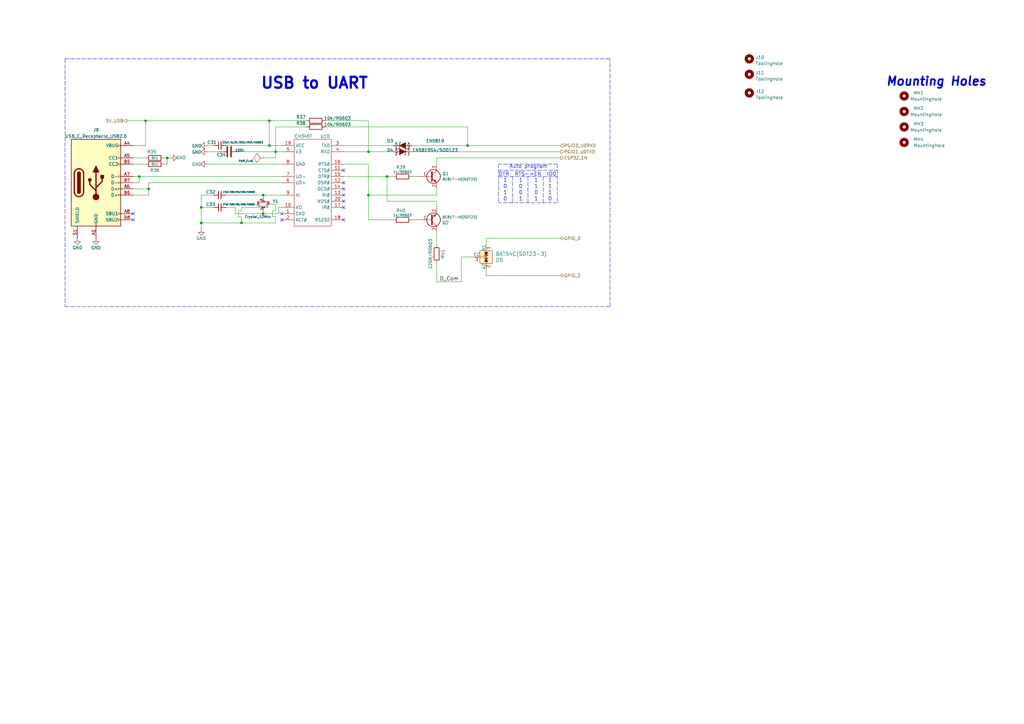
<source format=kicad_sch>
(kicad_sch (version 20220126) (generator eeschema)
  (paper "A3")
  (lib_symbols
    (symbol "Connector:USB_C_Receptacle_USB2.0" (pin_names (offset 1.016))
      (property "Reference" "J" (at -10.16 19.05 0))
      (property "Value" "USB_C_Receptacle_USB2.0" (at 19.05 19.05 0))
      (symbol "USB_C_Receptacle_USB2.0_0_0"
        (rectangle (start -0.254 -17.78) (end 0.254 -16.764))
        (rectangle (start 10.16 -14.986) (end 9.144 -15.494))
        (rectangle (start 10.16 -12.446) (end 9.144 -12.954))
        (rectangle (start 10.16 -4.826) (end 9.144 -5.334))
        (rectangle (start 10.16 -2.286) (end 9.144 -2.794))
        (rectangle (start 10.16 0.254) (end 9.144 -0.254))
        (rectangle (start 10.16 2.794) (end 9.144 2.286))
        (rectangle (start 10.16 7.874) (end 9.144 7.366))
        (rectangle (start 10.16 10.414) (end 9.144 9.906))
        (rectangle (start 10.16 15.494) (end 9.144 14.986))
      )
      (symbol "USB_C_Receptacle_USB2.0_0_1"
        (rectangle (start -10.16 17.78) (end 10.16 -17.78) (stroke (width 0.254)) (fill (type background)))
        (arc (start -8.89 -3.81) (mid -6.985 -5.715) (end -5.08 -3.81) (stroke (width 0.508)))
        (arc (start -7.62 -3.81) (mid -6.985 -4.445) (end -6.35 -3.81) (stroke (width 0.254)))
        (arc (start -7.62 -3.81) (mid -6.985 -4.445) (end -6.35 -3.81) (stroke (width 0.254)) (fill (type outline)))
        (rectangle (start -7.62 -3.81) (end -6.35 3.81) (stroke (width 0.254)) (fill (type outline)))
        (arc (start -6.35 3.81) (mid -6.985 4.445) (end -7.62 3.81) (stroke (width 0.254)))
        (arc (start -6.35 3.81) (mid -6.985 4.445) (end -7.62 3.81) (stroke (width 0.254)) (fill (type outline)))
        (arc (start -5.08 3.81) (mid -6.985 5.715) (end -8.89 3.81) (stroke (width 0.508)))
        (circle (center -2.54 1.143) (radius 0.635) (stroke (width 0.254)) (fill (type outline)))
        (circle (center 0 -5.842) (radius 1.27) (fill (type outline)))
        (polyline (pts (xy -8.89 -3.81) (xy -8.89 3.81)) (stroke (width 0.508)))
        (polyline (pts (xy -5.08 3.81) (xy -5.08 -3.81)) (stroke (width 0.508)))
        (polyline (pts (xy 0 -5.842) (xy 0 4.318)) (stroke (width 0.508)))
        (polyline (pts (xy 0 -3.302) (xy -2.54 -0.762) (xy -2.54 0.508)) (stroke (width 0.508)))
        (polyline (pts (xy 0 -2.032) (xy 2.54 0.508) (xy 2.54 1.778)) (stroke (width 0.508)))
        (polyline (pts (xy -1.27 4.318) (xy 0 6.858) (xy 1.27 4.318) (xy -1.27 4.318)) (stroke (width 0.254)) (fill (type outline)))
        (rectangle (start 1.905 1.778) (end 3.175 3.048) (stroke (width 0.254)) (fill (type outline)))
      )
      (symbol "USB_C_Receptacle_USB2.0_1_1"
        (pin passive line (at 0 -22.86 90) (length 5.08) (name "GND") (number "A1"))
        (pin passive line (at 0 -22.86 90) (length 5.08) hide (name "GND") (number "A12"))
        (pin passive line (at 15.24 15.24 180) (length 5.08) (name "VBUS") (number "A4"))
        (pin bidirectional line (at 15.24 10.16 180) (length 5.08) (name "CC1") (number "A5"))
        (pin bidirectional line (at 15.24 -2.54 180) (length 5.08) (name "D+") (number "A6"))
        (pin bidirectional line (at 15.24 2.54 180) (length 5.08) (name "D-") (number "A7"))
        (pin bidirectional line (at 15.24 -12.7 180) (length 5.08) (name "SBU1") (number "A8"))
        (pin passive line (at 15.24 15.24 180) (length 5.08) hide (name "VBUS") (number "A9"))
        (pin passive line (at 0 -22.86 90) (length 5.08) hide (name "GND") (number "B1"))
        (pin passive line (at 0 -22.86 90) (length 5.08) hide (name "GND") (number "B12"))
        (pin passive line (at 15.24 15.24 180) (length 5.08) hide (name "VBUS") (number "B4"))
        (pin bidirectional line (at 15.24 7.62 180) (length 5.08) (name "CC2") (number "B5"))
        (pin bidirectional line (at 15.24 -5.08 180) (length 5.08) (name "D+") (number "B6"))
        (pin bidirectional line (at 15.24 0 180) (length 5.08) (name "D-") (number "B7"))
        (pin bidirectional line (at 15.24 -15.24 180) (length 5.08) (name "SBU2") (number "B8"))
        (pin passive line (at 15.24 15.24 180) (length 5.08) hide (name "VBUS") (number "B9"))
        (pin passive line (at -7.62 -22.86 90) (length 5.08) (name "SHIELD") (number "S1"))
      )
    )
    (symbol "Device:C" (pin_numbers hide) (pin_names (offset 0.254))
      (property "Reference" "C" (at 0.635 2.54 0))
      (property "Value" "C" (at 0.635 -2.54 0))
      (symbol "C_0_1"
        (polyline (pts (xy -2.032 -0.762) (xy 2.032 -0.762)) (stroke (width 0.508)))
        (polyline (pts (xy -2.032 0.762) (xy 2.032 0.762)) (stroke (width 0.508)))
      )
      (symbol "C_1_1"
        (pin passive line (at 0 3.81 270) (length 2.794) (name "~") (number "1"))
        (pin passive line (at 0 -3.81 90) (length 2.794) (name "~") (number "2"))
      )
    )
    (symbol "Device:Crystal_GND24_Small" (pin_names (offset 1.016) hide)
      (property "Reference" "Y" (at 1.27 4.445 0))
      (property "Value" "Crystal_GND24_Small" (at 1.27 2.54 0))
      (symbol "Crystal_GND24_Small_0_1"
        (rectangle (start -0.762 -1.524) (end 0.762 1.524))
        (polyline (pts (xy -1.27 -0.762) (xy -1.27 0.762)) (stroke (width 0.381)))
        (polyline (pts (xy 1.27 -0.762) (xy 1.27 0.762)) (stroke (width 0.381)))
        (polyline (pts (xy -1.27 -1.27) (xy -1.27 -1.905) (xy 1.27 -1.905) (xy 1.27 -1.27)))
        (polyline (pts (xy -1.27 1.27) (xy -1.27 1.905) (xy 1.27 1.905) (xy 1.27 1.27)))
      )
      (symbol "Crystal_GND24_Small_1_1"
        (pin passive line (at -2.54 0 0) (length 1.27) (name "1") (number "1"))
        (pin passive line (at 0 -2.54 90) (length 0.635) (name "2") (number "2"))
        (pin passive line (at 2.54 0 180) (length 1.27) (name "3") (number "3"))
        (pin passive line (at 0 2.54 270) (length 0.635) (name "4") (number "4"))
      )
    )
    (symbol "ESP32-GATEWAY_Rev_G:BAT54C(SOT23-3)" (pin_names (offset 0))
      (property "Reference" "D" (at 0 6.35 0))
      (property "Value" "BAT54C(SOT23-3)" (at 0 3.81 0))
      (symbol "BAT54C(SOT23-3)_0_1"
        (polyline (pts (xy -2.54 0) (xy 2.54 0)))
        (polyline (pts (xy -0.889 0.635) (xy -0.635 0.635)) (stroke (width 0.254)))
        (polyline (pts (xy -0.635 -0.635) (xy -0.381 -0.635)) (stroke (width 0.254)))
        (polyline (pts (xy -0.635 0.635) (xy -0.635 -0.635)) (stroke (width 0.254)))
        (polyline (pts (xy 0 -1.905) (xy 0 -2.54)))
        (polyline (pts (xy 0 0) (xy 0 -1.905)))
        (polyline (pts (xy 0.381 0.635) (xy 0.635 0.635)) (stroke (width 0.254)))
        (polyline (pts (xy 0.635 -0.635) (xy 0.889 -0.635)) (stroke (width 0.254)))
        (polyline (pts (xy 0.635 0.635) (xy 0.635 -0.635)) (stroke (width 0.254)))
        (polyline (pts (xy -1.905 0.635) (xy -1.905 -0.635) (xy -0.635 0) (xy -1.905 0.635)) (stroke (width 0.254)) (fill (type outline)))
        (polyline (pts (xy 1.905 0.635) (xy 1.905 -0.635) (xy 0.635 0) (xy 1.905 0.635)) (stroke (width 0.254)) (fill (type outline)))
        (polyline (pts (xy -2.54 2.54) (xy 2.54 2.54) (xy 2.54 -2.54) (xy -2.54 -2.54) (xy -2.54 2.54)) (fill (type background)))
        (circle (center 0 0) (radius 0.127) (stroke (width 0.254)))
      )
      (symbol "BAT54C(SOT23-3)_1_1"
        (pin passive line (at -5.08 0 0) (length 2.54) (name "A1") (number "1"))
        (pin passive line (at 5.08 0 180) (length 2.54) (name "A2") (number "2"))
        (pin passive line (at 0 -5.08 90) (length 2.54) (name "CC") (number "3"))
      )
    )
    (symbol "ESP32-GATEWAY_Rev_G:C" (pin_numbers hide) (pin_names (offset 0.254) hide)
      (property "Reference" "C" (at 0.254 1.778 0))
      (property "Value" "C" (at 0.254 -2.032 0))
      (symbol "C_0_1"
        (polyline (pts (xy -1.524 -0.508) (xy 1.524 -0.508)) (stroke (width 0.3302)))
        (polyline (pts (xy -1.524 0.508) (xy 1.524 0.508)) (stroke (width 0.3048)))
      )
      (symbol "C_1_1"
        (pin passive line (at 0 2.54 270) (length 1.905) (name "~") (number "1"))
        (pin passive line (at 0 -2.54 90) (length 2.032) (name "~") (number "2"))
      )
    )
    (symbol "ESP32-GATEWAY_Rev_G:D_Schottky" (pin_names (offset 0))
      (property "Reference" "D" (at 0 2.54 0))
      (property "Value" "D_Schottky" (at 0 -2.54 0))
      (symbol "D_Schottky_0_1"
        (polyline (pts (xy 1.27 -1.27) (xy -1.27 0) (xy 1.27 1.27)) (fill (type outline)))
        (polyline (pts (xy -0.635 1.27) (xy -1.27 1.27) (xy -1.27 -1.27) (xy -1.905 -1.27)) (stroke (width 0.2032)))
        (rectangle (start 1.27 1.27) (end 1.27 -1.27))
      )
      (symbol "D_Schottky_1_1"
        (pin passive line (at -3.81 0 0) (length 2.54) (name "K") (number "1"))
        (pin passive line (at 3.81 0 180) (length 2.54) (name "A") (number "2"))
      )
    )
    (symbol "ESP32-GATEWAY_Rev_G:GND" (power) (pin_names (offset 0))
      (property "Value" "GND" (at 0 -3.81 0))
      (symbol "GND_0_1"
        (polyline (pts (xy 0 0) (xy 0 -1.27) (xy 1.27 -1.27) (xy 0 -2.54) (xy -1.27 -1.27) (xy 0 -1.27)))
      )
      (symbol "GND_1_1"
        (pin power_in line (at 0 0 270) (length 0) hide (name "GND") (number "1"))
      )
    )
    (symbol "ESP32-GATEWAY_Rev_G:PWR_FLAG" (power) (pin_numbers hide) (pin_names (offset 0) hide)
      (property "Value" "PWR_FLAG" (at 0 4.572 0))
      (symbol "PWR_FLAG_0_0"
        (pin power_out line (at 0 0 90) (length 0) (name "pwr") (number "1"))
      )
      (symbol "PWR_FLAG_0_1"
        (polyline (pts (xy 0 0) (xy 0 1.27) (xy -1.905 2.54) (xy 0 3.81) (xy 1.905 2.54) (xy 0 1.27)))
      )
    )
    (symbol "ESP32-GATEWAY_Rev_G:Q_NPN_BEC" (pin_names (offset 0) hide)
      (property "Reference" "Q" (at 7.62 1.27 0))
      (property "Value" "Q_NPN_BEC" (at 15.24 -1.27 0))
      (symbol "Q_NPN_BEC_0_1"
        (polyline (pts (xy 0.635 0.635) (xy 2.54 2.54)))
        (polyline (pts (xy 0.635 -0.635) (xy 2.54 -2.54) (xy 2.54 -2.54)))
        (polyline (pts (xy 0.635 1.905) (xy 0.635 -1.905) (xy 0.635 -1.905)) (stroke (width 0.508)))
        (polyline (pts (xy 1.27 -1.778) (xy 1.778 -1.27) (xy 2.286 -2.286) (xy 1.27 -1.778) (xy 1.27 -1.778)) (fill (type outline)))
        (circle (center 1.27 0) (radius 2.8194) (stroke (width 0.254)))
      )
      (symbol "Q_NPN_BEC_1_1"
        (pin passive line (at -5.08 0 0) (length 5.715) (name "B") (number "1"))
        (pin passive line (at 2.54 -5.08 90) (length 2.54) (name "E") (number "2"))
        (pin passive line (at 2.54 5.08 270) (length 2.54) (name "C") (number "3"))
      )
    )
    (symbol "ESP32-GATEWAY_Rev_G:R" (pin_numbers hide) (pin_names (offset 0))
      (property "Reference" "R" (at 0 2.032 0))
      (property "Value" "R" (at 0 0 0))
      (symbol "R_0_1"
        (rectangle (start 2.54 -1.016) (end -2.54 1.016) (stroke (width 0.254)))
      )
      (symbol "R_1_1"
        (pin passive line (at -3.81 0 0) (length 1.27) (name "~") (number "1"))
        (pin passive line (at 3.81 0 180) (length 1.27) (name "~") (number "2"))
      )
    )
    (symbol "Mechanical:MountingHole" (pin_names (offset 1.016))
      (property "Reference" "H" (at 0 5.08 0))
      (property "Value" "MountingHole" (at 0 3.175 0))
      (symbol "MountingHole_0_1"
        (circle (center 0 0) (radius 1.27) (stroke (width 1.27)))
      )
    )
    (symbol "michi1_copy:CH340_NC"
      (property "Reference" "U" (at 3.81 15.24 0))
      (property "Value" "CH340_NC" (at -7.62 15.24 0))
      (symbol "CH340_NC_0_1"
        (rectangle (start -8.89 13.97) (end 6.35 -21.59))
      )
      (symbol "CH340_NC_1_1"
        (pin passive line (at -13.97 -16.51 0) (length 5.08) (name "CK0") (number "1"))
        (pin output line (at -13.97 -13.97 0) (length 5.08) (name "XO") (number "10"))
        (pin input line (at 11.43 1.27 180) (length 5.08) (name "CTS#") (number "11"))
        (pin input line (at 11.43 -3.81 180) (length 5.08) (name "DSR#") (number "12"))
        (pin input line (at 11.43 -8.89 180) (length 5.08) (name "RI#") (number "13"))
        (pin input line (at 11.43 -6.35 180) (length 5.08) (name "DCD#") (number "14"))
        (pin output line (at 11.43 -1.27 180) (length 5.08) (name "DTR#") (number "15"))
        (pin output line (at 11.43 3.81 180) (length 5.08) (name "RTS#") (number "16"))
        (pin input line (at 11.43 -13.97 180) (length 5.08) (name "IR#") (number "17"))
        (pin passive line (at 11.43 -19.05 180) (length 5.08) (name "RS232") (number "18"))
        (pin power_in line (at -13.97 11.43 0) (length 5.08) (name "VCC") (number "19"))
        (pin passive line (at -13.97 -19.05 0) (length 5.08) (name "ACT#") (number "2"))
        (pin input line (at 11.43 -11.43 180) (length 5.08) (name "NOS#") (number "20"))
        (pin output line (at 11.43 11.43 180) (length 5.08) (name "TXD") (number "3"))
        (pin input line (at 11.43 8.89 180) (length 5.08) (name "RXD") (number "4"))
        (pin power_in line (at -13.97 8.89 0) (length 5.08) (name "V3") (number "5"))
        (pin bidirectional line (at -13.97 -3.81 0) (length 5.08) (name "UD+") (number "6"))
        (pin bidirectional line (at -13.97 -1.27 0) (length 5.08) (name "UD-") (number "7"))
        (pin power_in line (at -13.97 3.81 0) (length 5.08) (name "GND") (number "8"))
        (pin input line (at -13.97 -8.89 0) (length 5.08) (name "XI") (number "9"))
      )
    )
  )
  (junction (at 191.77 59.69) (diameter 0.9144))
  (junction (at 110.49 59.69) (diameter 0.9144))
  (junction (at 57.15 72.39))
  (junction (at 59.69 49.53))
  (junction (at 107.95 87.63) (diameter 0.9144))
  (junction (at 110.49 49.53))
  (junction (at 107.95 80.01) (diameter 0.9144))
  (junction (at 151.13 62.23) (diameter 0.9144))
  (junction (at 82.55 85.09) (diameter 0.9144))
  (junction (at 68.58 64.77))
  (junction (at 158.75 72.39) (diameter 0.9144))
  (junction (at 82.55 91.44) (diameter 0.9144))
  (junction (at 151.13 80.01) (diameter 0.9144))
  (junction (at 99.06 91.44) (diameter 0.9144))
  (junction (at 60.96 77.47))
  (junction (at 113.03 62.23) (diameter 0.9144))
  (no_connect (at 140.97 80.01))
  (no_connect (at 140.97 69.85))
  (no_connect (at 140.97 77.47))
  (no_connect (at 140.97 74.93))
  (no_connect (at 140.97 90.17))
  (no_connect (at 115.57 90.17))
  (no_connect (at 115.57 87.63))
  (no_connect (at 140.97 82.55))
  (no_connect (at 54.61 90.17))
  (no_connect (at 54.61 87.63))
  (no_connect (at 140.97 85.09))
  (wire (pts (xy 113.03 88.9) (xy 113.03 91.44)))
  (wire (pts (xy 107.95 64.77) (xy 113.03 64.77)))
  (wire (pts (xy 59.69 49.53) (xy 52.07 49.53)))
  (wire (pts (xy 151.13 49.53) (xy 151.13 62.23)))
  (wire (pts (xy 179.07 107.95) (xy 179.07 115.57)))
  (wire (pts (xy 85.09 67.31) (xy 115.57 67.31)))
  (wire (pts (xy 97.79 62.23) (xy 113.03 62.23)))
  (polyline (pts (xy 26.67 24.13) (xy 26.67 125.73)) (stroke (width 0) (type dash)))
  (wire (pts (xy 111.76 86.36) (xy 111.76 88.9)))
  (wire (pts (xy 68.58 64.77) (xy 68.58 67.31)))
  (wire (pts (xy 96.52 87.63) (xy 96.52 85.09)))
  (wire (pts (xy 87.63 59.69) (xy 85.09 59.69)))
  (wire (pts (xy 113.03 86.36) (xy 111.76 86.36)))
  (wire (pts (xy 110.49 59.69) (xy 115.57 59.69)))
  (wire (pts (xy 115.57 74.93) (xy 60.96 74.93)))
  (wire (pts (xy 60.96 77.47) (xy 60.96 80.01)))
  (wire (pts (xy 111.76 88.9) (xy 113.03 88.9)))
  (polyline (pts (xy 250.19 125.73) (xy 250.19 24.13)) (stroke (width 0) (type dash)))
  (wire (pts (xy 133.35 49.53) (xy 151.13 49.53)))
  (wire (pts (xy 85.09 62.23) (xy 90.17 62.23)))
  (wire (pts (xy 67.31 64.77) (xy 68.58 64.77)))
  (polyline (pts (xy 204.47 72.39) (xy 228.6 72.39)) (stroke (width 0) (type dash)))
  (wire (pts (xy 114.3 87.63) (xy 107.95 87.63)))
  (wire (pts (xy 97.79 88.9) (xy 99.06 88.9)))
  (wire (pts (xy 92.71 80.01) (xy 107.95 80.01)))
  (wire (pts (xy 140.97 59.69) (xy 161.29 59.69)))
  (polyline (pts (xy 228.6 67.31) (xy 204.47 67.31)) (stroke (width 0) (type dash)))
  (wire (pts (xy 57.15 72.39) (xy 115.57 72.39)))
  (wire (pts (xy 113.03 64.77) (xy 113.03 62.23)))
  (wire (pts (xy 113.03 62.23) (xy 115.57 62.23)))
  (wire (pts (xy 179.07 77.47) (xy 179.07 80.01)))
  (wire (pts (xy 68.58 67.31) (xy 67.31 67.31)))
  (wire (pts (xy 59.69 49.53) (xy 110.49 49.53)))
  (wire (pts (xy 105.41 83.82) (xy 105.41 85.09)))
  (wire (pts (xy 179.07 115.57) (xy 189.23 115.57)))
  (wire (pts (xy 54.61 67.31) (xy 59.69 67.31)))
  (wire (pts (xy 82.55 91.44) (xy 99.06 91.44)))
  (wire (pts (xy 113.03 52.07) (xy 113.03 62.23)))
  (wire (pts (xy 107.95 80.01) (xy 115.57 80.01)))
  (polyline (pts (xy 26.67 125.73) (xy 250.19 125.73)) (stroke (width 0) (type dash)))
  (polyline (pts (xy 228.6 83.185) (xy 204.47 83.185)) (stroke (width 0) (type dash)))
  (wire (pts (xy 60.96 74.93) (xy 60.96 77.47)))
  (polyline (pts (xy 222.885 72.39) (xy 222.885 83.185)) (stroke (width 0) (type dash)))
  (wire (pts (xy 113.03 83.82) (xy 113.03 86.36)))
  (polyline (pts (xy 210.185 72.39) (xy 210.185 83.185)) (stroke (width 0) (type dash)))
  (wire (pts (xy 82.55 80.01) (xy 82.55 85.09)))
  (wire (pts (xy 191.77 52.07) (xy 191.77 59.69)))
  (wire (pts (xy 105.41 85.09) (xy 99.06 85.09)))
  (wire (pts (xy 59.69 59.69) (xy 59.69 49.53)))
  (wire (pts (xy 199.39 113.03) (xy 229.87 113.03)))
  (wire (pts (xy 168.91 59.69) (xy 191.77 59.69)))
  (wire (pts (xy 140.97 62.23) (xy 151.13 62.23)))
  (wire (pts (xy 99.06 85.09) (xy 99.06 86.36)))
  (wire (pts (xy 151.13 80.01) (xy 151.13 90.17)))
  (wire (pts (xy 168.91 90.17) (xy 171.45 90.17)))
  (wire (pts (xy 179.07 80.01) (xy 151.13 80.01)))
  (wire (pts (xy 82.55 85.09) (xy 82.55 91.44)))
  (wire (pts (xy 87.63 80.01) (xy 82.55 80.01)))
  (wire (pts (xy 158.75 72.39) (xy 161.29 72.39)))
  (wire (pts (xy 168.91 72.39) (xy 171.45 72.39)))
  (wire (pts (xy 96.52 85.09) (xy 92.71 85.09)))
  (wire (pts (xy 57.15 72.39) (xy 54.61 72.39)))
  (wire (pts (xy 57.15 74.93) (xy 57.15 72.39)))
  (wire (pts (xy 60.96 77.47) (xy 54.61 77.47)))
  (wire (pts (xy 179.07 85.09) (xy 179.07 82.55)))
  (wire (pts (xy 110.49 83.82) (xy 113.03 83.82)))
  (wire (pts (xy 97.79 86.36) (xy 97.79 88.9)))
  (wire (pts (xy 179.07 82.55) (xy 158.75 82.55)))
  (wire (pts (xy 99.06 88.9) (xy 99.06 91.44)))
  (wire (pts (xy 151.13 90.17) (xy 161.29 90.17)))
  (wire (pts (xy 54.61 74.93) (xy 57.15 74.93)))
  (wire (pts (xy 54.61 64.77) (xy 59.69 64.77)))
  (wire (pts (xy 107.95 87.63) (xy 107.95 86.36)))
  (wire (pts (xy 99.06 86.36) (xy 97.79 86.36)))
  (polyline (pts (xy 204.47 67.31) (xy 204.47 83.185)) (stroke (width 0) (type dash)))
  (wire (pts (xy 199.39 97.79) (xy 229.87 97.79)))
  (wire (pts (xy 133.35 52.07) (xy 191.77 52.07)))
  (polyline (pts (xy 26.67 24.13) (xy 250.19 24.13)) (stroke (width 0) (type dash)))
  (wire (pts (xy 68.58 64.77) (xy 69.85 64.77)))
  (wire (pts (xy 87.63 85.09) (xy 82.55 85.09)))
  (wire (pts (xy 99.06 91.44) (xy 113.03 91.44)))
  (wire (pts (xy 151.13 62.23) (xy 161.29 62.23)))
  (wire (pts (xy 189.23 105.41) (xy 194.31 105.41)))
  (polyline (pts (xy 216.535 72.39) (xy 216.535 83.185)) (stroke (width 0) (type dash)))
  (wire (pts (xy 107.95 80.01) (xy 107.95 81.28)))
  (wire (pts (xy 158.75 82.55) (xy 158.75 72.39)))
  (wire (pts (xy 115.57 85.09) (xy 114.3 85.09)))
  (wire (pts (xy 179.07 67.31) (xy 179.07 64.77)))
  (wire (pts (xy 151.13 67.31) (xy 151.13 80.01)))
  (wire (pts (xy 191.77 59.69) (xy 229.87 59.69)))
  (wire (pts (xy 189.23 115.57) (xy 189.23 105.41)))
  (wire (pts (xy 125.73 52.07) (xy 113.03 52.07)))
  (polyline (pts (xy 228.6 67.31) (xy 228.6 83.185)) (stroke (width 0) (type dash)))
  (wire (pts (xy 114.3 85.09) (xy 114.3 87.63)))
  (wire (pts (xy 199.39 110.49) (xy 199.39 113.03)))
  (wire (pts (xy 199.39 97.79) (xy 199.39 100.33)))
  (wire (pts (xy 140.97 67.31) (xy 151.13 67.31)))
  (polyline (pts (xy 204.47 69.85) (xy 228.6 69.85)) (stroke (width 0) (type dash)))
  (wire (pts (xy 140.97 72.39) (xy 158.75 72.39)))
  (wire (pts (xy 110.49 49.53) (xy 125.73 49.53)))
  (wire (pts (xy 54.61 59.69) (xy 59.69 59.69)))
  (wire (pts (xy 110.49 49.53) (xy 110.49 59.69)))
  (wire (pts (xy 60.96 80.01) (xy 54.61 80.01)))
  (wire (pts (xy 179.07 64.77) (xy 229.87 64.77)))
  (wire (pts (xy 107.95 87.63) (xy 96.52 87.63)))
  (wire (pts (xy 92.71 59.69) (xy 110.49 59.69)))
  (wire (pts (xy 179.07 95.25) (xy 179.07 100.33)))
  (wire (pts (xy 168.91 62.23) (xy 229.87 62.23)))
  (wire (pts (xy 82.55 91.44) (xy 82.55 93.98)))
  (text "0" (at 206.375 82.55 0) (effects (font (size 1.524 1.524)) (justify left bottom)))
  (text "1" (at 212.725 82.55 0) (effects (font (size 1.524 1.524)) (justify left bottom)))
  (text "Mounting Holes" (at 363.22 35.56 0) (effects (font (size 3.5052 3.5052) (thickness 0.701) bold italic) (justify left bottom)))
  (text "0" (at 206.375 77.47 0) (effects (font (size 1.524 1.524)) (justify left bottom)))
  (text "0" (at 212.725 77.47 0) (effects (font (size 1.524 1.524)) (justify left bottom)))
  (text "1" (at 206.375 80.01 0) (effects (font (size 1.524 1.524)) (justify left bottom)))
  (text "USB to UART" (at 106.68 36.83 0) (effects (font (size 4.4958 4.4958) (thickness 0.8992) bold) (justify left bottom)))
  (text "1" (at 219.075 74.93 0) (effects (font (size 1.524 1.524)) (justify left bottom)))
  (text "1" (at 224.79 80.01 0) (effects (font (size 1.524 1.524)) (justify left bottom)))
  (text "1" (at 219.075 82.55 0) (effects (font (size 1.524 1.524)) (justify left bottom)))
  (text "1" (at 212.725 74.93 0) (effects (font (size 1.524 1.524)) (justify left bottom)))
  (text "1" (at 224.79 74.93 0) (effects (font (size 1.524 1.524)) (justify left bottom)))
  (text "1" (at 219.075 77.47 0) (effects (font (size 1.524 1.524)) (justify left bottom)))
  (text "0" (at 219.075 80.01 0) (effects (font (size 1.524 1.524)) (justify left bottom)))
  (text "1" (at 224.79 77.47 0) (effects (font (size 1.524 1.524)) (justify left bottom)))
  (text "Auto program\n" (at 208.915 69.215 0) (effects (font (size 1.524 1.524)) (justify left bottom)))
  (text "DTR  RTS->EN  IO0" (at 204.47 72.39 0) (effects (font (size 1.524 1.524)) (justify left bottom)))
  (text "0" (at 212.725 80.01 0) (effects (font (size 1.524 1.524)) (justify left bottom)))
  (text "0" (at 224.79 82.55 0) (effects (font (size 1.524 1.524)) (justify left bottom)))
  (text "1" (at 206.375 74.93 0) (effects (font (size 1.524 1.524)) (justify left bottom)))
  (label "D_Com" (at 180.34 115.57 0) (effects (font (size 1.524 1.524))))
  (hierarchical_label "GPIO_2" (shape bidirectional) (at 229.87 113.03 0))
  (hierarchical_label "ESP32_EN" (shape output) (at 229.87 64.77 0))
  (hierarchical_label "PGIO1_U0TXD" (shape output) (at 229.87 62.23 0))
  (hierarchical_label "PGIO3_U0RXD" (shape input) (at 229.87 59.69 0))
  (hierarchical_label "5V_USB" (shape output) (at 52.07 49.53 180))
  (hierarchical_label "GPIO_0" (shape bidirectional) (at 229.87 97.79 0))
  (symbol (lib_id "ESP32-GATEWAY_Rev_G:BAT54C(SOT23-3)") (at 199.39 105.41 270) (unit 1)
    (property "Reference" "D5" (at 203.2 106.68 90) (effects (font (size 1.524 1.524)) (justify left)))
    (property "Value" "BAT54C(SOT23-3)" (at 203.2 104.14 90) (effects (font (size 1.524 1.524)) (justify left)))
    (property "Footprint" "OLIMEX_Diodes-FP:SOT23-3" (effects hide))
    (property "MfgNo" "BAT54C,215" (effects hide))
    (property "price@1" "0.04" (effects hide))
    (property "price@reel" "0.02" (effects hide))
    (property "JCLPCB" "C37704" (effects hide))
  )
  (symbol (lib_id "Mechanical:MountingHole") (at 307.34 38.1 0) (unit 1)
    (property "Reference" "J12" (at 309.88 37.465 0) (effects (justify left)))
    (property "Value" "ToolingHole" (at 309.88 40.005 0) (effects (justify left)))
    (property "Footprint" "michi1:JLCPCB_toolingHole_1.152mm" (effects hide))
  )
  (symbol (lib_id "Device:Crystal_GND24_Small") (at 107.95 83.82 90) (unit 1)
    (property "Reference" "Y1" (at 111.76 82.5499 90) (effects (justify right)))
    (property "Value" "Crystal_12Mhz" (at 100.33 88.8999 90) (effects (font (size 1 1)) (justify right)))
    (property "Footprint" "Crystal:Crystal_SMD_3225-4Pin_3.2x2.5mm" (effects hide))
    (property "MfgNo" "M12000J134" (effects hide))
    (property "price@1" "0.12" (effects hide))
    (property "price@reel" "0.07" (effects hide))
    (property "JCLPCB" "C258939" (effects hide))
  )
  (symbol (lib_id "Mechanical:MountingHole") (at 370.84 52.07 0) (unit 1)
    (property "Reference" "MH3" (at 374.65 50.7999 0) (effects (justify left)))
    (property "Value" "MountingHole" (at 373.38 53.3399 0) (effects (justify left)))
    (property "Footprint" "michi1:MountingHole_3.2mmNPTH" (effects hide))
  )
  (symbol (lib_id "Mechanical:MountingHole") (at 370.84 45.72 0) (unit 1)
    (property "Reference" "MH2" (at 374.65 44.4499 0) (effects (justify left)))
    (property "Value" "MountingHole" (at 373.38 46.9899 0) (effects (justify left)))
    (property "Footprint" "michi1:MountingHole_3.2mmNPTH" (effects hide))
  )
  (symbol (lib_id "Connector:USB_C_Receptacle_USB2.0") (at 39.37 74.93 0) (unit 1)
    (property "Reference" "J9" (at 39.37 53.34 0))
    (property "Value" "USB_C_Receptacle_USB2.0" (at 39.37 55.88 0))
    (property "Footprint" "Connector_USB:USB_C_Receptacle_XKB_U262-16XN-4BVC11" (effects hide))
    (property "Datasheet" "https://www.usb.org/sites/default/files/documents/usb_type-c.zip" (effects hide))
    (property "MfgNo" "U262-161N-4BVC11" (effects hide))
    (property "price@1" "0.41" (effects hide))
    (property "price@reel" "0.23" (effects hide))
    (property "JCLPCB" "C319148" (effects hide))
  )
  (symbol (lib_id "ESP32-GATEWAY_Rev_G:R") (at 165.1 90.17 180) (unit 1)
    (property "Reference" "R40" (at 166.37 86.36 0) (effects (justify left)))
    (property "Value" "1k/R0603" (at 168.91 88.265 0) (effects (font (size 0.9906 0.9906)) (justify left)))
    (property "Footprint" "Resistor_SMD:R_0603_1608Metric" (effects hide))
    (property "MfgNo" "0603WAF1001T5E" (effects hide))
    (property "price@1" "0.008" (effects hide))
    (property "price@reel" "0.003" (effects hide))
    (property "JCLPCB" "C21190" (effects hide))
  )
  (symbol (lib_id "ESP32-GATEWAY_Rev_G:R") (at 165.1 72.39 180) (unit 1)
    (property "Reference" "R39" (at 166.37 68.58 0) (effects (justify left)))
    (property "Value" "1k/R0603" (at 168.91 70.485 0) (effects (font (size 0.9906 0.9906)) (justify left)))
    (property "Footprint" "Resistor_SMD:R_0603_1608Metric" (effects hide))
    (property "MfgNo" "0603WAF1001T5E" (effects hide))
    (property "price@1" "0.008" (effects hide))
    (property "price@reel" "0.003" (effects hide))
    (property "JCLPCB" "C21190" (effects hide))
  )
  (symbol (lib_id "ESP32-GATEWAY_Rev_G:Q_NPN_BEC") (at 176.53 72.39 0) (unit 1)
    (property "Reference" "Q1" (at 181.3814 71.2216 0) (effects (justify left)))
    (property "Value" "BC817-40(SOT23)" (at 181.3814 73.533 0) (effects (font (size 1.016 1.016)) (justify left)))
    (property "Footprint" "OLIMEX_Transistors-FP:SOT23" (effects hide))
    (property "MfgNo" "BC817-40LT3G" (effects hide))
    (property "price@1" "0.04" (effects hide))
    (property "price@reel" "0.02" (effects hide))
    (property "JCLPCB" "C146798" (effects hide))
  )
  (symbol (lib_id "ESP32-GATEWAY_Rev_G:Q_NPN_BEC") (at 176.53 90.17 0) (mirror x) (unit 1)
    (property "Reference" "Q2" (at 181.3814 91.3384 0) (effects (justify left)))
    (property "Value" "BC817-40(SOT23)" (at 181.3814 89.027 0) (effects (font (size 1.016 1.016)) (justify left)))
    (property "Footprint" "OLIMEX_Transistors-FP:SOT23" (effects hide))
    (property "MfgNo" "BC817-40LT3G" (effects hide))
    (property "price@1" "0.04" (effects hide))
    (property "price@reel" "0.02" (effects hide))
    (property "JCLPCB" "C146798" (effects hide))
  )
  (symbol (lib_id "michi1_copy:CH340_NC") (at 129.54 71.12 0) (unit 1)
    (property "Reference" "U10" (at 133.35 55.88 0))
    (property "Value" "CH340T" (at 124.46 55.88 0))
    (property "Footprint" "OLIMEX_IC-FP:SSOP-20W" (effects hide))
    (property "MfgNo" "CH340T" (effects hide))
    (property "price@1" "0.5" (effects hide))
    (property "price@reel" "0.36" (effects hide))
    (property "JCLPCB" "C8689" (effects hide))
  )
  (symbol (lib_id "ESP32-GATEWAY_Rev_G:D_Schottky") (at 165.1 62.23 180) (unit 1)
    (property "Reference" "D4" (at 160.02 61.595 0))
    (property "Value" "1N5819S4/SOD123" (at 178.435 61.595 0))
    (property "Footprint" "Diode_SMD:D_SOD-323" (effects hide))
    (property "MfgNo" "1N5819WS" (effects hide))
    (property "price@1" "0.04" (effects hide))
    (property "price@reel" "0.03" (effects hide))
    (property "JCLPCB" "C440261" (effects hide))
  )
  (symbol (lib_id "Device:C") (at 93.98 62.23 90) (unit 1)
    (property "Reference" "C34" (at 92.71 63.5 90) (effects (justify left)))
    (property "Value" "100n" (at 100.3299 61.595 90) (effects (font (size 1 1)) (justify left)))
    (property "Footprint" "Capacitor_SMD:C_0603_1608Metric" (effects hide))
    (property "MfgNo" "CC0603KRX7R9BB104" (effects hide))
    (property "price@1" "0.007" (effects hide))
    (property "price@reel" "0.003" (effects hide))
    (property "JCLPCB" "C14663" (effects hide))
  )
  (symbol (lib_id "Mechanical:MountingHole") (at 307.34 24.13 0) (unit 1)
    (property "Reference" "J10" (at 309.88 23.495 0) (effects (justify left)))
    (property "Value" "ToolingHole" (at 309.88 26.035 0) (effects (justify left)))
    (property "Footprint" "michi1:JLCPCB_toolingHole_1.152mm" (effects hide))
  )
  (symbol (lib_id "ESP32-GATEWAY_Rev_G:C") (at 90.17 80.01 270) (unit 1)
    (property "Reference" "C32" (at 84.455 78.74 90) (effects (justify left)))
    (property "Value" "27pF/50V/5%/C0G/C0603" (at 91.44 78.74 90) (effects (font (size 0.635 0.635)) (justify left)))
    (property "Footprint" "Capacitor_SMD:C_0603_1608Metric" (effects hide))
    (property "MfgNo" "CL10C270JB8NNNC" (effects hide))
    (property "price@1" "0.008" (effects hide))
    (property "price@reel" "0.003" (effects hide))
    (property "JCLPCB" "C1656" (effects hide))
  )
  (symbol (lib_id "ESP32-GATEWAY_Rev_G:D_Schottky") (at 165.1 59.69 0) (unit 1)
    (property "Reference" "D3" (at 160.02 57.785 0))
    (property "Value" "1N5819" (at 178.435 57.785 0))
    (property "Footprint" "Diode_SMD:D_SOD-323" (effects hide))
    (property "MfgNo" "1N5819WS" (effects hide))
    (property "price@1" "0.04" (effects hide))
    (property "price@reel" "0.03" (effects hide))
    (property "JCLPCB" "C440261" (effects hide))
  )
  (symbol (lib_id "ESP32-GATEWAY_Rev_G:GND") (at 39.37 97.79 0) (unit 1)
    (property "Reference" "#PWR088" (effects hide))
    (property "Value" "GND" (at 39.37 101.6 0))
  )
  (symbol (lib_id "Mechanical:MountingHole") (at 370.84 39.37 0) (unit 1)
    (property "Reference" "MH1" (at 374.65 38.0999 0) (effects (justify left)))
    (property "Value" "MountingHole" (at 373.38 40.6399 0) (effects (justify left)))
    (property "Footprint" "michi1:MountingHole_3.2mmNPTH" (effects hide))
  )
  (symbol (lib_id "ESP32-GATEWAY_Rev_G:C") (at 90.17 59.69 90) (unit 1)
    (property "Reference" "C31" (at 88.9 58.42 90) (effects (justify left)))
    (property "Value" "22uF/6.3V/20%/X5R/C0603" (at 107.95 58.42 90) (effects (font (size 0.762 0.762)) (justify left)))
    (property "Footprint" "Capacitor_SMD:C_0603_1608Metric" (effects hide))
    (property "MfgNo" "CL10A226MQ8NRNC" (effects hide))
    (property "price@1" "0.02" (effects hide))
    (property "price@reel" "0.01" (effects hide))
    (property "JCLPCB" "C59461" (effects hide))
  )
  (symbol (lib_id "ESP32-GATEWAY_Rev_G:R") (at 179.07 104.14 90) (mirror x) (unit 1)
    (property "Reference" "R41" (at 181.61 104.14 0))
    (property "Value" "220R/R0603" (at 176.53 104.14 0))
    (property "Footprint" "Resistor_SMD:R_0603_1608Metric" (effects hide))
    (property "MfgNo" "0603WAF2200T5E" (effects hide))
    (property "price@1" "0.008" (effects hide))
    (property "price@reel" "0.003" (effects hide))
    (property "JCLPCB" "C22962" (effects hide))
  )
  (symbol (lib_id "ESP32-GATEWAY_Rev_G:GND") (at 85.09 59.69 270) (unit 1)
    (property "Reference" "#PWR091" (effects hide))
    (property "Value" "GND" (at 80.6958 59.817 90))
  )
  (symbol (lib_id "Mechanical:MountingHole") (at 370.84 58.42 0) (unit 1)
    (property "Reference" "MH4" (at 374.65 57.1499 0) (effects (justify left)))
    (property "Value" "MountingHole" (at 374.65 59.6899 0) (effects (justify left)))
    (property "Footprint" "michi1:MountingHole_3.2mmNPTH" (effects hide))
  )
  (symbol (lib_id "ESP32-GATEWAY_Rev_G:GND") (at 85.09 62.23 270) (unit 1)
    (property "Reference" "#PWR092" (effects hide))
    (property "Value" "GND" (at 80.6958 62.357 90))
  )
  (symbol (lib_id "ESP32-GATEWAY_Rev_G:R") (at 129.54 49.53 180) (unit 1)
    (property "Reference" "R37" (at 123.444 48.006 0))
    (property "Value" "10k/R0603" (at 138.43 48.514 0))
    (property "Footprint" "Resistor_SMD:R_0603_1608Metric" (effects hide))
    (property "MfgNo" "0603WAF1002T5E" (effects hide))
    (property "price@1" "0.003" (effects hide))
    (property "price@reel" "0.001" (effects hide))
    (property "JCLPCB" "C25804" (effects hide))
  )
  (symbol (lib_id "ESP32-GATEWAY_Rev_G:GND") (at 31.75 97.79 0) (unit 1)
    (property "Reference" "#PWR087" (effects hide))
    (property "Value" "GND" (at 31.75 101.6 0))
  )
  (symbol (lib_id "ESP32-GATEWAY_Rev_G:R") (at 129.54 52.07 180) (unit 1)
    (property "Reference" "R38" (at 123.444 50.546 0))
    (property "Value" "10k/R0603" (at 138.43 51.054 0))
    (property "Footprint" "Resistor_SMD:R_0603_1608Metric" (effects hide))
    (property "MfgNo" "0603WAF1002T5E" (effects hide))
    (property "price@1" "0.003" (effects hide))
    (property "price@reel" "0.001" (effects hide))
    (property "JCLPCB" "C25804" (effects hide))
  )
  (symbol (lib_id "ESP32-GATEWAY_Rev_G:R") (at 63.5 67.31 0) (unit 1)
    (property "Reference" "R36" (at 63.5 69.85 0))
    (property "Value" "5k1" (at 63.5 67.31 0) (effects (font (size 1 1))))
    (property "Footprint" "Resistor_SMD:R_0603_1608Metric" (effects hide))
    (property "MfgNo" "0603WAF5101T5E" (effects hide))
    (property "price@1" "0.003" (effects hide))
    (property "price@reel" "0.001" (effects hide))
    (property "JCLPCB" "C23186" (effects hide))
  )
  (symbol (lib_id "ESP32-GATEWAY_Rev_G:R") (at 63.5 64.77 0) (unit 1)
    (property "Reference" "R35" (at 62.23 62.23 0))
    (property "Value" "5k1" (at 63.5 64.77 0) (effects (font (size 1 1))))
    (property "Footprint" "Resistor_SMD:R_0603_1608Metric" (effects hide))
    (property "MfgNo" "0603WAF5101T5E" (effects hide))
    (property "price@1" "0.003" (effects hide))
    (property "price@reel" "0.001" (effects hide))
    (property "JCLPCB" "C23186" (effects hide))
  )
  (symbol (lib_id "Mechanical:MountingHole") (at 307.34 30.48 0) (unit 1)
    (property "Reference" "J11" (at 309.88 29.845 0) (effects (justify left)))
    (property "Value" "ToolingHole" (at 309.88 32.385 0) (effects (justify left)))
    (property "Footprint" "michi1:JLCPCB_toolingHole_1.152mm" (effects hide))
  )
  (symbol (lib_id "ESP32-GATEWAY_Rev_G:GND") (at 82.55 93.98 0) (unit 1)
    (property "Reference" "#PWR090" (effects hide))
    (property "Value" "GND" (at 82.55 97.79 0))
  )
  (symbol (lib_id "ESP32-GATEWAY_Rev_G:PWR_FLAG") (at 107.95 64.77 90) (unit 1)
    (property "Reference" "#FLG08" (effects hide))
    (property "Value" "PWR_FLAG" (at 100.838 66.04 90) (effects (font (size 0.7874 0.7874))))
  )
  (symbol (lib_id "ESP32-GATEWAY_Rev_G:C") (at 90.17 85.09 270) (unit 1)
    (property "Reference" "C33" (at 84.455 83.82 90) (effects (justify left)))
    (property "Value" "27pF/50V/5%/C0G/C0603" (at 91.44 83.82 90) (effects (font (size 0.635 0.635)) (justify left)))
    (property "Footprint" "Capacitor_SMD:C_0603_1608Metric" (effects hide))
    (property "MfgNo" "CL10C270JB8NNNC" (effects hide))
    (property "price@1" "0.008" (effects hide))
    (property "price@reel" "0.003" (effects hide))
    (property "JCLPCB" "C1656" (effects hide))
  )
  (symbol (lib_id "ESP32-GATEWAY_Rev_G:GND") (at 85.09 67.31 270) (unit 1)
    (property "Reference" "#PWR093" (effects hide))
    (property "Value" "GND" (at 80.6958 67.437 90))
  )
  (symbol (lib_id "ESP32-GATEWAY_Rev_G:GND") (at 69.85 64.77 90) (unit 1)
    (property "Reference" "#PWR089" (effects hide))
    (property "Value" "GND" (at 74.2442 64.643 90))
  )
)
</source>
